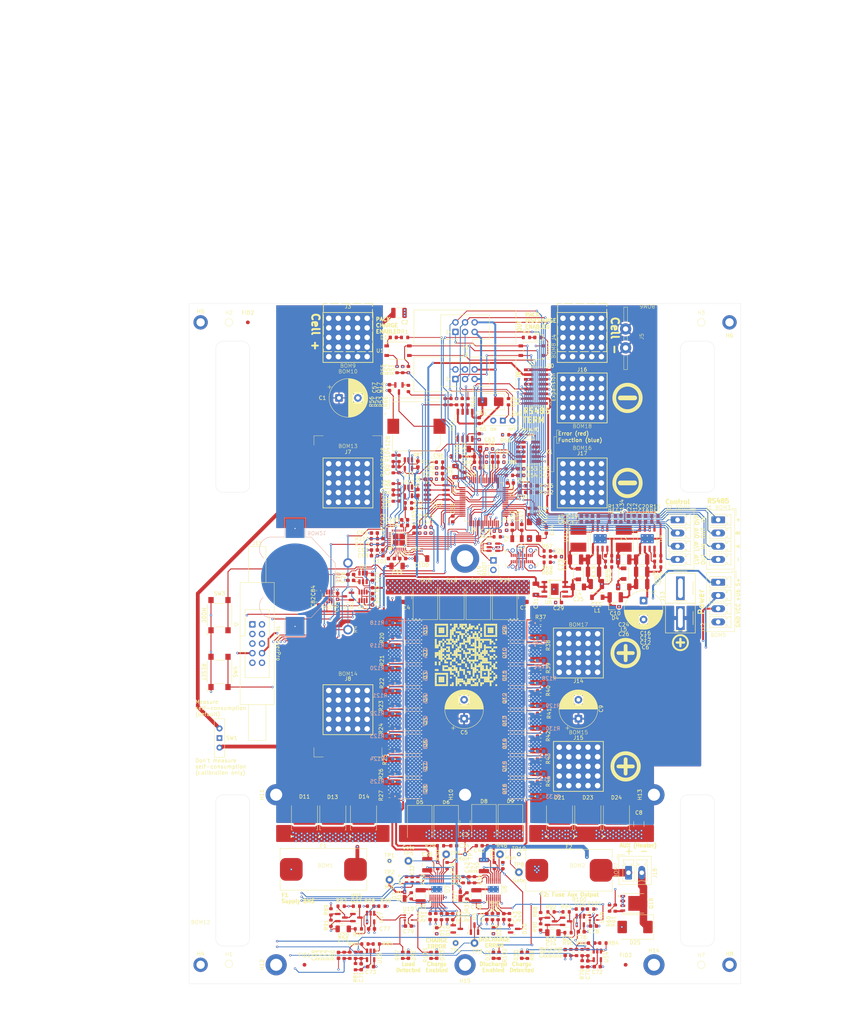
<source format=kicad_pcb>
(kicad_pcb
	(version 20241229)
	(generator "pcbnew")
	(generator_version "9.0")
	(general
		(thickness 1.74)
		(legacy_teardrops no)
	)
	(paper "A3" portrait)
	(layers
		(0 "F.Cu" signal)
		(4 "In1.Cu" signal)
		(6 "In2.Cu" signal)
		(8 "In3.Cu" signal)
		(10 "In4.Cu" signal)
		(2 "B.Cu" signal)
		(9 "F.Adhes" user "F.Adhesive")
		(11 "B.Adhes" user "B.Adhesive")
		(13 "F.Paste" user)
		(15 "B.Paste" user)
		(5 "F.SilkS" user "F.Silkscreen")
		(7 "B.SilkS" user "B.Silkscreen")
		(1 "F.Mask" user)
		(3 "B.Mask" user)
		(17 "Dwgs.User" user "User.Drawings")
		(19 "Cmts.User" user "User.Comments")
		(21 "Eco1.User" user "User.Eco1")
		(23 "Eco2.User" user "User.Eco2")
		(25 "Edge.Cuts" user)
		(27 "Margin" user)
		(31 "F.CrtYd" user "F.Courtyard")
		(29 "B.CrtYd" user "B.Courtyard")
		(35 "F.Fab" user)
		(33 "B.Fab" user)
		(39 "User.1" user)
		(41 "User.2" user "User.2 -Bemaßung")
		(43 "User.3" user "User.3 - Heatsink")
		(45 "User.4" user)
		(47 "User.5" user)
		(49 "User.6" user)
		(51 "User.7" user)
		(53 "User.8" user)
		(55 "User.9" user)
	)
	(setup
		(stackup
			(layer "F.SilkS"
				(type "Top Silk Screen")
			)
			(layer "F.Paste"
				(type "Top Solder Paste")
			)
			(layer "F.Mask"
				(type "Top Solder Mask")
				(color "Red")
				(thickness 0.01)
			)
			(layer "F.Cu"
				(type "copper")
				(thickness 0.07)
			)
			(layer "dielectric 1"
				(type "prepreg")
				(thickness 0.1)
				(material "FR4")
				(epsilon_r 4.5)
				(loss_tangent 0.02)
			)
			(layer "In1.Cu"
				(type "copper")
				(thickness 0.07)
			)
			(layer "dielectric 2"
				(type "core")
				(thickness 0.535)
				(material "FR4")
				(epsilon_r 4.5)
				(loss_tangent 0.02)
			)
			(layer "In2.Cu"
				(type "copper")
				(thickness 0.07)
			)
			(layer "dielectric 3"
				(type "prepreg")
				(thickness 0.1)
				(material "FR4")
				(epsilon_r 4.5)
				(loss_tangent 0.02)
			)
			(layer "In3.Cu"
				(type "copper")
				(thickness 0.035)
			)
			(layer "dielectric 4"
				(type "core")
				(thickness 0.535)
				(material "FR4")
				(epsilon_r 4.5)
				(loss_tangent 0.02)
			)
			(layer "In4.Cu"
				(type "copper")
				(thickness 0.035)
			)
			(layer "dielectric 5"
				(type "prepreg")
				(thickness 0.1)
				(material "FR4")
				(epsilon_r 4.5)
				(loss_tangent 0.02)
			)
			(layer "B.Cu"
				(type "copper")
				(thickness 0.07)
			)
			(layer "B.Mask"
				(type "Bottom Solder Mask")
				(thickness 0.01)
			)
			(layer "B.Paste"
				(type "Bottom Solder Paste")
			)
			(layer "B.SilkS"
				(type "Bottom Silk Screen")
			)
			(copper_finish "None")
			(dielectric_constraints no)
		)
		(pad_to_mask_clearance 0)
		(allow_soldermask_bridges_in_footprints no)
		(tenting front back)
		(aux_axis_origin 100 120)
		(grid_origin 173 120)
		(pcbplotparams
			(layerselection 0x00000000_00000000_55555555_5755f5ff)
			(plot_on_all_layers_selection 0x00000000_00000000_00000000_00000000)
			(disableapertmacros no)
			(usegerberextensions no)
			(usegerberattributes yes)
			(usegerberadvancedattributes yes)
			(creategerberjobfile yes)
			(dashed_line_dash_ratio 12.000000)
			(dashed_line_gap_ratio 3.000000)
			(svgprecision 4)
			(plotframeref no)
			(mode 1)
			(useauxorigin no)
			(hpglpennumber 1)
			(hpglpenspeed 20)
			(hpglpendiameter 15.000000)
			(pdf_front_fp_property_popups yes)
			(pdf_back_fp_property_popups yes)
			(pdf_metadata yes)
			(pdf_single_document no)
			(dxfpolygonmode yes)
			(dxfimperialunits yes)
			(dxfusepcbnewfont yes)
			(psnegative no)
			(psa4output no)
			(plot_black_and_white yes)
			(sketchpadsonfab no)
			(plotpadnumbers no)
			(hidednponfab no)
			(sketchdnponfab yes)
			(crossoutdnponfab yes)
			(subtractmaskfromsilk no)
			(outputformat 1)
			(mirror no)
			(drillshape 1)
			(scaleselection 1)
			(outputdirectory "")
		)
	)
	(net 0 "")
	(net 1 "Net-(D1-K)")
	(net 2 "GND")
	(net 3 "Net-(D2-K)")
	(net 4 "VCC")
	(net 5 "Net-(D1-A)")
	(net 6 "BAT+CONTROLED")
	(net 7 "Net-(D4-K)")
	(net 8 "5V5")
	(net 9 "Net-(U3-VIN)")
	(net 10 "5V0")
	(net 11 "VREF")
	(net 12 "BAT+MEASURED")
	(net 13 "Net-(U3-BST)")
	(net 14 "/analog_measurement/Shunt_A")
	(net 15 "/analog_measurement/Shunt_B")
	(net 16 "ISENSE_FAST+")
	(net 17 "Net-(Q4-G)")
	(net 18 "/analog_measurement/ISENSE_PREZ+")
	(net 19 "Net-(Q5-G)")
	(net 20 "Net-(Q6-G)")
	(net 21 "Net-(Q7-G)")
	(net 22 "Net-(Q8-G)")
	(net 23 "Net-(U3-SW)")
	(net 24 "Net-(C19-Pad1)")
	(net 25 "Net-(U3-FB)")
	(net 26 "Net-(C20-Pad1)")
	(net 27 "Net-(C21-Pad2)")
	(net 28 "/analog_measurement/ISENSE_PREZ-")
	(net 29 "ISENSE_FAST-")
	(net 30 "USENSE+_BUF")
	(net 31 "USENSE_SHUNT_BUF")
	(net 32 "USENSE-_BUF")
	(net 33 "USENSE_SHUNT_BUF-")
	(net 34 "/analog_measurement/ISENSE+")
	(net 35 "/OVP_IN")
	(net 36 "/analog_measurement/ISENSE-")
	(net 37 "SPI1_MOSI")
	(net 38 "/LVP_IN")
	(net 39 "/OVP_OUT")
	(net 40 "/LVP_OUT")
	(net 41 "Net-(Q1-G)")
	(net 42 "Net-(Q2-G)")
	(net 43 "Net-(Q3-G)")
	(net 44 "/greenMeter/CHARGE_ENABLED")
	(net 45 "/greenMeter/DISCHARGE_ENABLED")
	(net 46 "/greenMeter/AUX_EN")
	(net 47 "ADC_START")
	(net 48 "SPI1_MISO")
	(net 49 "/greenMeter/SWCLK")
	(net 50 "/switchControl/CHG_DETECTED")
	(net 51 "Net-(C22-Pad2)")
	(net 52 "/switchControl/LOAD_DETECTED")
	(net 53 "Net-(U5-FILTER)")
	(net 54 "ADC_DRDY")
	(net 55 "ADC_RESET")
	(net 56 "/greenMeter/SWDIO")
	(net 57 "/CHARGE_CONTROL")
	(net 58 "Net-(U6-SS)")
	(net 59 "Net-(C34-Pad1)")
	(net 60 "Net-(Q13-G)")
	(net 61 "Net-(Q14-G)")
	(net 62 "Net-(Q15-G)")
	(net 63 "Net-(Q16-G)")
	(net 64 "/BUS_+5V")
	(net 65 "Net-(C40-Pad1)")
	(net 66 "Net-(U4-BST)")
	(net 67 "Net-(U4-SW)")
	(net 68 "Net-(U4-FB)")
	(net 69 "Net-(U7-SNS-)")
	(net 70 "Net-(U7-TIMER)")
	(net 71 "Net-(U8-SNS-)")
	(net 72 "Net-(U8-TIMER)")
	(net 73 "Net-(Q20-C)")
	(net 74 "Net-(Q21-C)")
	(net 75 "Net-(D2-A)")
	(net 76 "/BUS_GND")
	(net 77 "/BUS_B")
	(net 78 "Net-(D7-K)")
	(net 79 "unconnected-(D10-NC-Pad2)")
	(net 80 "Net-(D12-K)")
	(net 81 "/BUS_A")
	(net 82 "/chargeControl/vcc_int")
	(net 83 "/dischargeControl/vcc_int")
	(net 84 "Net-(D17-K)")
	(net 85 "unconnected-(D20-NC-Pad2)")
	(net 86 "Net-(Q9-G)")
	(net 87 "Net-(Q10-G)")
	(net 88 "Net-(Q11-G)")
	(net 89 "Net-(Q12-G)")
	(net 90 "Net-(U4-EN{slash}UVLO)")
	(net 91 "Net-(D22-K)")
	(net 92 "Net-(U4-RON)")
	(net 93 "Net-(D26-A)")
	(net 94 "Net-(U7-TGDN)")
	(net 95 "Net-(U7-ISET)")
	(net 96 "Net-(U7-TGUP)")
	(net 97 "Net-(U7-VCCUV)")
	(net 98 "Net-(U8-TGDN)")
	(net 99 "Net-(U8-ISET)")
	(net 100 "Net-(U8-TGUP)")
	(net 101 "Net-(U8-VCCUV)")
	(net 102 "Net-(D27-A)")
	(net 103 "Net-(D29-A)")
	(net 104 "Net-(D30-A)")
	(net 105 "Net-(D31-A)")
	(net 106 "Net-(SW1-B)")
	(net 107 "Net-(U7-IMON)")
	(net 108 "Net-(U8-IMON)")
	(net 109 "unconnected-(H4-Pad1)")
	(net 110 "unconnected-(H6-Pad1)")
	(net 111 "unconnected-(H8-Pad1)")
	(net 112 "/LOAD_CONTROL")
	(net 113 "/chargeControl/BST")
	(net 114 "/dischargeControl/BST")
	(net 115 "/U_SENSE+")
	(net 116 "/greenMeter/LVP_SENSE_DIV")
	(net 117 "/greenMeter/OVP_SENSE_DIV")
	(net 118 "/B+Terminal")
	(net 119 "Net-(Q17-B)")
	(net 120 "Net-(BZ1--)")
	(net 121 "/greenMeter/Buzzer")
	(net 122 "/chargeControl/~{Fault}")
	(net 123 "/dischargeControl/~{Fault}")
	(net 124 "Net-(SW2-B)")
	(net 125 "Net-(U3-EN{slash}UVLO)")
	(net 126 "Net-(U3-RON)")
	(net 127 "unconnected-(SW2-A-Pad3)")
	(net 128 "unconnected-(H5-Pad1)")
	(net 129 "unconnected-(H9-Pad1)")
	(net 130 "~{OC_FAULT}")
	(net 131 "/p_good{slash}reset")
	(net 132 "Net-(U7-VIN)")
	(net 133 "Net-(U8-VIN)")
	(net 134 "Net-(BT1-+)")
	(net 135 "/greenMeter/BTN_MODE")
	(net 136 "Net-(D32-A)")
	(net 137 "SWITCH_IN")
	(net 138 "/greenMeter/FDCAN3_RX")
	(net 139 "/greenMeter/I2C4_SDA")
	(net 140 "/greenMeter/I2C4_SCL")
	(net 141 "/greenMeter/FDCAN2_TX")
	(net 142 "/greenMeter/RS485_R_USART1")
	(net 143 "/greenMeter/ADC3_IN5_RESERVED")
	(net 144 "/greenMeter/FDCAN2_RX")
	(net 145 "/greenMeter/FDCAN3_TX")
	(net 146 "/greenMeter/RS485_D_USART1")
	(net 147 "/greenMeter/D+")
	(net 148 "/greenMeter/D-")
	(net 149 "Net-(Q19-B)")
	(net 150 "Net-(Q19-C)")
	(net 151 "ADC_CS")
	(net 152 "SPI1_SCK")
	(net 153 "/greenMeter/I2C3_SDA")
	(net 154 "/greenMeter/I2C3_SCL")
	(net 155 "Net-(U9-PF0)")
	(net 156 "Net-(C45-Pad2)")
	(net 157 "Net-(U9-PC14)")
	(net 158 "Net-(U9-PC15)")
	(net 159 "/greenMeter/RS485_R_USART2")
	(net 160 "/greenMeter/RS485_D_USART2")
	(net 161 "/greenMeter/R1")
	(net 162 "COM")
	(net 163 "/greenMeter/R2")
	(net 164 "Net-(U9-VDDA)")
	(net 165 "Net-(U10-V_{OUT})")
	(net 166 "Net-(U14-+)")
	(net 167 "Net-(U15-+)")
	(net 168 "Net-(U14--)")
	(net 169 "Net-(U15--)")
	(net 170 "Net-(U16-+)")
	(net 171 "Net-(U17-+)")
	(net 172 "Net-(U23-+IN)")
	(net 173 "Net-(U22-+IN)")
	(net 174 "Net-(U24-REFOUT)")
	(net 175 "Net-(U24-CAPN)")
	(net 176 "Net-(U24-CAPP)")
	(net 177 "Net-(U24-BYPASS)")
	(net 178 "Net-(D25-A1)")
	(net 179 "Net-(D33-A)")
	(net 180 "Net-(J18-2)")
	(net 181 "Net-(R134-Pad1)")
	(net 182 "Net-(J19-Pin_1)")
	(net 183 "unconnected-(J21-TX2--PadB3)")
	(net 184 "unconnected-(J21-SHIELD-PadS1)")
	(net 185 "unconnected-(J21-SBU2-PadB8)")
	(net 186 "PS_IN")
	(net 187 "unconnected-(J21-SHIELD-PadS1)_1")
	(net 188 "Net-(J21-CC1)")
	(net 189 "Net-(U13-VP)")
	(net 190 "unconnected-(J21-RX2--PadA10)")
	(net 191 "unconnected-(J21-TX1--PadA3)")
	(net 192 "Net-(J21-CC2)")
	(net 193 "unconnected-(J21-SHIELD-PadS1)_2")
	(net 194 "unconnected-(J21-TX1+-PadA2)")
	(net 195 "unconnected-(J21-TX2+-PadB2)")
	(net 196 "unconnected-(J21-RX2+-PadA11)")
	(net 197 "unconnected-(J21-RX1--PadB10)")
	(net 198 "unconnected-(J21-RX1+-PadB11)")
	(net 199 "unconnected-(J21-SHIELD-PadS1)_3")
	(net 200 "unconnected-(J21-SBU1-PadA8)")
	(net 201 "Net-(Q18-G)")
	(net 202 "Net-(Q20-B)")
	(net 203 "Net-(Q22-C)")
	(net 204 "Net-(U9-PF1)")
	(net 205 "Net-(U9-PA5)")
	(net 206 "Net-(U9-PA4)")
	(net 207 "Net-(U11-A)")
	(net 208 "Net-(U11-B)")
	(net 209 "Net-(R82-Pad1)")
	(net 210 "Net-(R83-Pad1)")
	(net 211 "Net-(U17--)")
	(net 212 "Net-(U16--)")
	(net 213 "Net-(U22--IN)")
	(net 214 "Net-(U23--IN)")
	(net 215 "unconnected-(U9-PB2-Pad26)")
	(net 216 "unconnected-(U9-PB0-Pad24)")
	(net 217 "Net-(U16-Pad1)")
	(net 218 "Net-(U17-Pad1)")
	(net 219 "unconnected-(U24-NC-7-Pad25)")
	(net 220 "unconnected-(U24-NC-6-Pad24)")
	(net 221 "unconnected-(U24-NC-8-Pad26)")
	(net 222 "unconnected-(U24-NC-3-Pad21)")
	(net 223 "unconnected-(U24-NC-4-Pad22)")
	(net 224 "unconnected-(U24-NC-9-Pad27)")
	(net 225 "unconnected-(U24-NC-2-Pad20)")
	(net 226 "unconnected-(U24-NC-1-Pad19)")
	(net 227 "unconnected-(U24-NC-5-Pad23)")
	(net 228 "Net-(Q23-G)")
	(net 229 "Net-(Q24-G)")
	(net 230 "Net-(Q25-G)")
	(net 231 "Net-(Q26-G)")
	(net 232 "Net-(Q27-G)")
	(net 233 "Net-(Q28-G)")
	(net 234 "Net-(Q29-G)")
	(net 235 "Net-(Q30-G)")
	(net 236 "Net-(Q31-G)")
	(net 237 "Net-(Q32-G)")
	(net 238 "Net-(Q33-G)")
	(net 239 "Net-(Q34-G)")
	(net 240 "Net-(Q35-G)")
	(net 241 "Net-(Q36-G)")
	(net 242 "Net-(Q37-G)")
	(net 243 "Net-(Q38-G)")
	(footprint "TestPoint:TestPoint_THTPad_D2.0mm_Drill1.0mm" (layer "F.Cu") (at 168 265.75))
	(footprint "Inductor_SMD:L_0805_2012Metric" (layer "F.Cu") (at 170.5 160.5 180))
	(footprint "Resistor_SMD:R_0603_1608Metric" (layer "F.Cu") (at 195.75 281 180))
	(footprint "Connector_PinHeader_1.27mm:PinHeader_2x08_P1.27mm_Vertical_SMD" (layer "F.Cu") (at 191.75 142 180))
	(footprint "Connector_PinHeader_1.27mm:PinHeader_2x05_P1.27mm_Vertical_SMD" (layer "F.Cu") (at 189.75 159.25 180))
	(footprint "Capacitor_SMD:C_0603_1608Metric" (layer "F.Cu") (at 176.25 162 180))
	(footprint "Capacitor_SMD:C_1210_3225Metric" (layer "F.Cu") (at 163 268.525 -90))
	(footprint "Resistor_SMD:R_0603_1608Metric" (layer "F.Cu") (at 145.5 292.5 90))
	(footprint "Resistor_SMD:R_0603_1608Metric" (layer "F.Cu") (at 155.5 168.5 -90))
	(footprint "Resistor_SMD:R_0603_1608Metric" (layer "F.Cu") (at 191.25 170 180))
	(footprint "Resistor_SMD:R_0603_1608Metric" (layer "F.Cu") (at 203.25 280.25))
	(footprint "TestPoint:TestPoint_THTPad_D2.0mm_Drill1.0mm" (layer "F.Cu") (at 158 267.5))
	(footprint "Capacitor_SMD:C_0603_1608Metric" (layer "F.Cu") (at 176.25 163.5 180))
	(footprint "Button_Switch_SMD:SW_SPST_Omron_B3FS-100xP" (layer "F.Cu") (at 108 217.5 90))
	(footprint "MountingHole:MountingHole_3.2mm_M3_DIN965_Pad" (layer "F.Cu") (at 173 250 90))
	(footprint "Resistor_SMD:R_0603_1608Metric" (layer "F.Cu") (at 193 228.5 180))
	(footprint "myConnector:IDC-Header_2x05_P2.54mm_Latch9.5mm_Vertical" (layer "F.Cu") (at 116.71 204.92))
	(footprint "Capacitor_SMD:C_0603_1608Metric" (layer "F.Cu") (at 188 179.25 -90))
	(footprint "Resistor_SMD:R_0603_1608Metric" (layer "F.Cu") (at 149 182.25))
	(footprint "Diode_SMD:D_SMC" (layer "F.Cu") (at 176.5 198.75 90))
	(footprint "Package_TO_SOT_SMD:TO-252-2" (layer "F.Cu") (at 213.0725 256 90))
	(footprint "Capacitor_SMD:C_0603_1608Metric" (layer "F.Cu") (at 153.5 187.5))
	(footprint "Resistor_SMD:R_0603_1608Metric" (layer "F.Cu") (at 144 295.5 90))
	(footprint "Capacitor_SMD:C_0603_1608Metric" (layer "F.Cu") (at 176.75 151 90))
	(footprint "Package_SO:SOIC-8_5.3x5.3mm_P1.27mm" (layer "F.Cu") (at 173 152.25 90))
	(footprint "myBOM:BOM_PART_2x2mm"
		(layer "F.Cu")
		(uuid "17b3d627-b0e4-4261-be78-514d3165c3de")
		(at 204 129.25)
		(property "Reference" "BOM11"
			(at -8.75 3.25 90)
			(unlocked yes)
			(layer "F.SilkS")
			(uuid "98c85c26-d25e-48a2-9272-1eef6db64e9d")
			(effects
				(font
					(size 1 1)
					(thickness 0.1)
				)
			)
		)
		(property "Value" "Schnorrscheibe M6"
			(at 0 1 0)
			(unlocked yes)
			(layer "F.Fab")
			(uuid "29e986c3-780f-455b-93fd-5c4fd157d6a2")
			(effects
				(font
					(size 1 1)
					(thickness 0.15)
				)
			)
		)
		(property "Datasheet" ""
			(at 0 0 0)
			(unlocked yes)
			(layer "F.Fab")
			(hide yes)
			(uuid "ee76af62-82d5-4e1d-ab71-75de3f47d242")
			(effects
				(font
					(size 1 1)
					(thickness 0.15)
				)
			)
		)
		(property "Description" "SCHNORR SICHERUNGSSCHEIBEN FORM S (Standard) S6 A2"
			(at 0 0 0)
			(unlocked yes)
			(layer "F.Fab")
			(hide yes)
			(uuid "4e8268bf-1db8-45b2-9f52-ba12d606a835")
			(effects
				(font
					(size 1 1)
					(thickness 0.15)
				)
			)
		)
		(property "HAN" "417 900"
			(at 0 0 0)
			(unlocked yes)
			(layer "F.Fab")
			(hide yes)
			(uuid "eba83bac-67ec-472d-8aaa-3b6df5b3786c")
			(effects
				(font
					(size 1 1)
					(thickness 0.15)
				)
			)
		)
		(property "ECS Art#" "M414"
			(at 0 0 0)
			(unlocked yes)
			(layer "F.Fab")
			(hide yes)
			(uuid "0169ddce-fb1b-4a1e-816d-25b8a23b2eb6")
			(effects
				(font
					(size 1 1)
					(thickness 0.15)
				)
			)
		)
		(property "Hersteller" "Schnorr"
			(at 0 0 0)
			(unlocked yes)
			(layer "F.Fab")
			(hide yes)
			(uuid "2c74ec95-d905-4d71-99e5-3c380da7a30a")
			(effects
				(font
					(size 1 1)
					(thickness 0.15)
				)
			)
		)
		(property "Voltage" ""
			(at 0 0 0)
			(unlocked yes)
			(layer "F.Fab")
			(hide yes)
			(uuid "cfb6284a-82aa-4850-a49b-9c3c9696b62d")
			(effects
				(font
					(size 1 1)
					(thickness 0.15)
				)
			)
		)
		(property "Toleranz" ""
			(at 0 0 0)
			(unlocked yes)
			(layer "F.Fab")
			(hide yes)
			(uuid "bf46c0d9-cc84-4aa1-9a51-43f3eb8074d7")
			(effects
				(font
					(size 1 1)
					(thickness 0.15)
				)
			)
		)
		(path "/4875905e-d35e-4049-a6aa-c7869d81fd32/42794795-c5ab-4dbf-b5e7-f92d0b23f75f")
		(sheetname "/bom-parts/")
		(sheetfile "bom_parts.kicad_sch")
		(fp_line
			(start -0.5 0)
			(end 0.5 0)
			(stroke
				(width 0.1)
				(type default)
			)
			(layer "F.Fab")
			(uuid "b872d448-68c2-4df7-8682-bc8c60bfcf4b")
		)
		(fp_line
			(start 0 -0
... [5357058 chars truncated]
</source>
